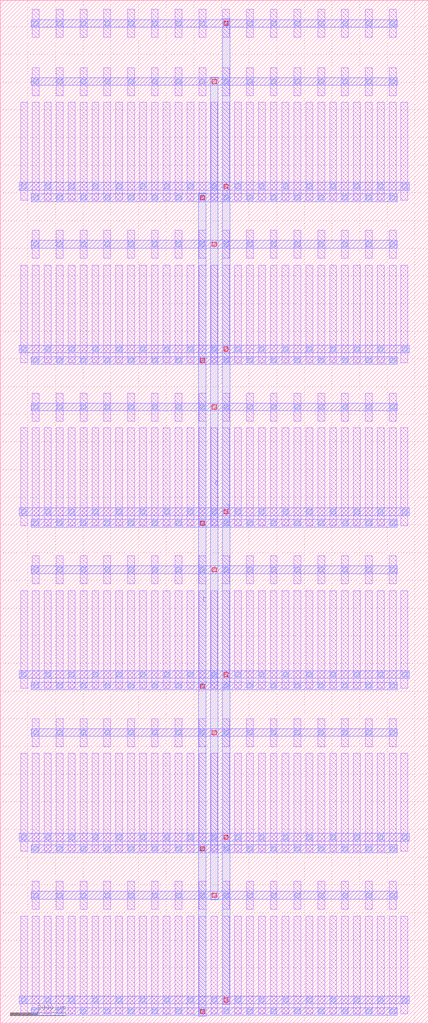
<source format=lef>
MACRO NMOS_S_65192303_X16_Y6
  UNITS 
    DATABASE MICRONS UNITS 1000;
  END UNITS 
  ORIGIN 0 0 ;
  FOREIGN NMOS_S_65192303_X16_Y6 0 0 ;
  SIZE 15480 BY 36960 ;
  PIN D
    DIRECTION INOUT ;
    USE SIGNAL ;
    PORT
      LAYER M3 ;
        RECT 7170 260 7450 29980 ;
    END
  END D
  PIN G
    DIRECTION INOUT ;
    USE SIGNAL ;
    PORT
      LAYER M3 ;
        RECT 7600 4460 7880 34180 ;
    END
  END G
  PIN S
    DIRECTION INOUT ;
    USE SIGNAL ;
    PORT
      LAYER M3 ;
        RECT 8030 680 8310 36280 ;
    END
  END S
  OBS
    LAYER M1 ;
      RECT 1165 335 1415 3865 ;
    LAYER M1 ;
      RECT 1165 4115 1415 5125 ;
    LAYER M1 ;
      RECT 1165 6215 1415 9745 ;
    LAYER M1 ;
      RECT 1165 9995 1415 11005 ;
    LAYER M1 ;
      RECT 1165 12095 1415 15625 ;
    LAYER M1 ;
      RECT 1165 15875 1415 16885 ;
    LAYER M1 ;
      RECT 1165 17975 1415 21505 ;
    LAYER M1 ;
      RECT 1165 21755 1415 22765 ;
    LAYER M1 ;
      RECT 1165 23855 1415 27385 ;
    LAYER M1 ;
      RECT 1165 27635 1415 28645 ;
    LAYER M1 ;
      RECT 1165 29735 1415 33265 ;
    LAYER M1 ;
      RECT 1165 33515 1415 34525 ;
    LAYER M1 ;
      RECT 1165 35615 1415 36625 ;
    LAYER M1 ;
      RECT 735 335 985 3865 ;
    LAYER M1 ;
      RECT 735 6215 985 9745 ;
    LAYER M1 ;
      RECT 735 12095 985 15625 ;
    LAYER M1 ;
      RECT 735 17975 985 21505 ;
    LAYER M1 ;
      RECT 735 23855 985 27385 ;
    LAYER M1 ;
      RECT 735 29735 985 33265 ;
    LAYER M1 ;
      RECT 1595 335 1845 3865 ;
    LAYER M1 ;
      RECT 1595 6215 1845 9745 ;
    LAYER M1 ;
      RECT 1595 12095 1845 15625 ;
    LAYER M1 ;
      RECT 1595 17975 1845 21505 ;
    LAYER M1 ;
      RECT 1595 23855 1845 27385 ;
    LAYER M1 ;
      RECT 1595 29735 1845 33265 ;
    LAYER M1 ;
      RECT 2025 335 2275 3865 ;
    LAYER M1 ;
      RECT 2025 4115 2275 5125 ;
    LAYER M1 ;
      RECT 2025 6215 2275 9745 ;
    LAYER M1 ;
      RECT 2025 9995 2275 11005 ;
    LAYER M1 ;
      RECT 2025 12095 2275 15625 ;
    LAYER M1 ;
      RECT 2025 15875 2275 16885 ;
    LAYER M1 ;
      RECT 2025 17975 2275 21505 ;
    LAYER M1 ;
      RECT 2025 21755 2275 22765 ;
    LAYER M1 ;
      RECT 2025 23855 2275 27385 ;
    LAYER M1 ;
      RECT 2025 27635 2275 28645 ;
    LAYER M1 ;
      RECT 2025 29735 2275 33265 ;
    LAYER M1 ;
      RECT 2025 33515 2275 34525 ;
    LAYER M1 ;
      RECT 2025 35615 2275 36625 ;
    LAYER M1 ;
      RECT 2455 335 2705 3865 ;
    LAYER M1 ;
      RECT 2455 6215 2705 9745 ;
    LAYER M1 ;
      RECT 2455 12095 2705 15625 ;
    LAYER M1 ;
      RECT 2455 17975 2705 21505 ;
    LAYER M1 ;
      RECT 2455 23855 2705 27385 ;
    LAYER M1 ;
      RECT 2455 29735 2705 33265 ;
    LAYER M1 ;
      RECT 2885 335 3135 3865 ;
    LAYER M1 ;
      RECT 2885 4115 3135 5125 ;
    LAYER M1 ;
      RECT 2885 6215 3135 9745 ;
    LAYER M1 ;
      RECT 2885 9995 3135 11005 ;
    LAYER M1 ;
      RECT 2885 12095 3135 15625 ;
    LAYER M1 ;
      RECT 2885 15875 3135 16885 ;
    LAYER M1 ;
      RECT 2885 17975 3135 21505 ;
    LAYER M1 ;
      RECT 2885 21755 3135 22765 ;
    LAYER M1 ;
      RECT 2885 23855 3135 27385 ;
    LAYER M1 ;
      RECT 2885 27635 3135 28645 ;
    LAYER M1 ;
      RECT 2885 29735 3135 33265 ;
    LAYER M1 ;
      RECT 2885 33515 3135 34525 ;
    LAYER M1 ;
      RECT 2885 35615 3135 36625 ;
    LAYER M1 ;
      RECT 3315 335 3565 3865 ;
    LAYER M1 ;
      RECT 3315 6215 3565 9745 ;
    LAYER M1 ;
      RECT 3315 12095 3565 15625 ;
    LAYER M1 ;
      RECT 3315 17975 3565 21505 ;
    LAYER M1 ;
      RECT 3315 23855 3565 27385 ;
    LAYER M1 ;
      RECT 3315 29735 3565 33265 ;
    LAYER M1 ;
      RECT 3745 335 3995 3865 ;
    LAYER M1 ;
      RECT 3745 4115 3995 5125 ;
    LAYER M1 ;
      RECT 3745 6215 3995 9745 ;
    LAYER M1 ;
      RECT 3745 9995 3995 11005 ;
    LAYER M1 ;
      RECT 3745 12095 3995 15625 ;
    LAYER M1 ;
      RECT 3745 15875 3995 16885 ;
    LAYER M1 ;
      RECT 3745 17975 3995 21505 ;
    LAYER M1 ;
      RECT 3745 21755 3995 22765 ;
    LAYER M1 ;
      RECT 3745 23855 3995 27385 ;
    LAYER M1 ;
      RECT 3745 27635 3995 28645 ;
    LAYER M1 ;
      RECT 3745 29735 3995 33265 ;
    LAYER M1 ;
      RECT 3745 33515 3995 34525 ;
    LAYER M1 ;
      RECT 3745 35615 3995 36625 ;
    LAYER M1 ;
      RECT 4175 335 4425 3865 ;
    LAYER M1 ;
      RECT 4175 6215 4425 9745 ;
    LAYER M1 ;
      RECT 4175 12095 4425 15625 ;
    LAYER M1 ;
      RECT 4175 17975 4425 21505 ;
    LAYER M1 ;
      RECT 4175 23855 4425 27385 ;
    LAYER M1 ;
      RECT 4175 29735 4425 33265 ;
    LAYER M1 ;
      RECT 4605 335 4855 3865 ;
    LAYER M1 ;
      RECT 4605 4115 4855 5125 ;
    LAYER M1 ;
      RECT 4605 6215 4855 9745 ;
    LAYER M1 ;
      RECT 4605 9995 4855 11005 ;
    LAYER M1 ;
      RECT 4605 12095 4855 15625 ;
    LAYER M1 ;
      RECT 4605 15875 4855 16885 ;
    LAYER M1 ;
      RECT 4605 17975 4855 21505 ;
    LAYER M1 ;
      RECT 4605 21755 4855 22765 ;
    LAYER M1 ;
      RECT 4605 23855 4855 27385 ;
    LAYER M1 ;
      RECT 4605 27635 4855 28645 ;
    LAYER M1 ;
      RECT 4605 29735 4855 33265 ;
    LAYER M1 ;
      RECT 4605 33515 4855 34525 ;
    LAYER M1 ;
      RECT 4605 35615 4855 36625 ;
    LAYER M1 ;
      RECT 5035 335 5285 3865 ;
    LAYER M1 ;
      RECT 5035 6215 5285 9745 ;
    LAYER M1 ;
      RECT 5035 12095 5285 15625 ;
    LAYER M1 ;
      RECT 5035 17975 5285 21505 ;
    LAYER M1 ;
      RECT 5035 23855 5285 27385 ;
    LAYER M1 ;
      RECT 5035 29735 5285 33265 ;
    LAYER M1 ;
      RECT 5465 335 5715 3865 ;
    LAYER M1 ;
      RECT 5465 4115 5715 5125 ;
    LAYER M1 ;
      RECT 5465 6215 5715 9745 ;
    LAYER M1 ;
      RECT 5465 9995 5715 11005 ;
    LAYER M1 ;
      RECT 5465 12095 5715 15625 ;
    LAYER M1 ;
      RECT 5465 15875 5715 16885 ;
    LAYER M1 ;
      RECT 5465 17975 5715 21505 ;
    LAYER M1 ;
      RECT 5465 21755 5715 22765 ;
    LAYER M1 ;
      RECT 5465 23855 5715 27385 ;
    LAYER M1 ;
      RECT 5465 27635 5715 28645 ;
    LAYER M1 ;
      RECT 5465 29735 5715 33265 ;
    LAYER M1 ;
      RECT 5465 33515 5715 34525 ;
    LAYER M1 ;
      RECT 5465 35615 5715 36625 ;
    LAYER M1 ;
      RECT 5895 335 6145 3865 ;
    LAYER M1 ;
      RECT 5895 6215 6145 9745 ;
    LAYER M1 ;
      RECT 5895 12095 6145 15625 ;
    LAYER M1 ;
      RECT 5895 17975 6145 21505 ;
    LAYER M1 ;
      RECT 5895 23855 6145 27385 ;
    LAYER M1 ;
      RECT 5895 29735 6145 33265 ;
    LAYER M1 ;
      RECT 6325 335 6575 3865 ;
    LAYER M1 ;
      RECT 6325 4115 6575 5125 ;
    LAYER M1 ;
      RECT 6325 6215 6575 9745 ;
    LAYER M1 ;
      RECT 6325 9995 6575 11005 ;
    LAYER M1 ;
      RECT 6325 12095 6575 15625 ;
    LAYER M1 ;
      RECT 6325 15875 6575 16885 ;
    LAYER M1 ;
      RECT 6325 17975 6575 21505 ;
    LAYER M1 ;
      RECT 6325 21755 6575 22765 ;
    LAYER M1 ;
      RECT 6325 23855 6575 27385 ;
    LAYER M1 ;
      RECT 6325 27635 6575 28645 ;
    LAYER M1 ;
      RECT 6325 29735 6575 33265 ;
    LAYER M1 ;
      RECT 6325 33515 6575 34525 ;
    LAYER M1 ;
      RECT 6325 35615 6575 36625 ;
    LAYER M1 ;
      RECT 6755 335 7005 3865 ;
    LAYER M1 ;
      RECT 6755 6215 7005 9745 ;
    LAYER M1 ;
      RECT 6755 12095 7005 15625 ;
    LAYER M1 ;
      RECT 6755 17975 7005 21505 ;
    LAYER M1 ;
      RECT 6755 23855 7005 27385 ;
    LAYER M1 ;
      RECT 6755 29735 7005 33265 ;
    LAYER M1 ;
      RECT 7185 335 7435 3865 ;
    LAYER M1 ;
      RECT 7185 4115 7435 5125 ;
    LAYER M1 ;
      RECT 7185 6215 7435 9745 ;
    LAYER M1 ;
      RECT 7185 9995 7435 11005 ;
    LAYER M1 ;
      RECT 7185 12095 7435 15625 ;
    LAYER M1 ;
      RECT 7185 15875 7435 16885 ;
    LAYER M1 ;
      RECT 7185 17975 7435 21505 ;
    LAYER M1 ;
      RECT 7185 21755 7435 22765 ;
    LAYER M1 ;
      RECT 7185 23855 7435 27385 ;
    LAYER M1 ;
      RECT 7185 27635 7435 28645 ;
    LAYER M1 ;
      RECT 7185 29735 7435 33265 ;
    LAYER M1 ;
      RECT 7185 33515 7435 34525 ;
    LAYER M1 ;
      RECT 7185 35615 7435 36625 ;
    LAYER M1 ;
      RECT 7615 335 7865 3865 ;
    LAYER M1 ;
      RECT 7615 6215 7865 9745 ;
    LAYER M1 ;
      RECT 7615 12095 7865 15625 ;
    LAYER M1 ;
      RECT 7615 17975 7865 21505 ;
    LAYER M1 ;
      RECT 7615 23855 7865 27385 ;
    LAYER M1 ;
      RECT 7615 29735 7865 33265 ;
    LAYER M1 ;
      RECT 8045 335 8295 3865 ;
    LAYER M1 ;
      RECT 8045 4115 8295 5125 ;
    LAYER M1 ;
      RECT 8045 6215 8295 9745 ;
    LAYER M1 ;
      RECT 8045 9995 8295 11005 ;
    LAYER M1 ;
      RECT 8045 12095 8295 15625 ;
    LAYER M1 ;
      RECT 8045 15875 8295 16885 ;
    LAYER M1 ;
      RECT 8045 17975 8295 21505 ;
    LAYER M1 ;
      RECT 8045 21755 8295 22765 ;
    LAYER M1 ;
      RECT 8045 23855 8295 27385 ;
    LAYER M1 ;
      RECT 8045 27635 8295 28645 ;
    LAYER M1 ;
      RECT 8045 29735 8295 33265 ;
    LAYER M1 ;
      RECT 8045 33515 8295 34525 ;
    LAYER M1 ;
      RECT 8045 35615 8295 36625 ;
    LAYER M1 ;
      RECT 8475 335 8725 3865 ;
    LAYER M1 ;
      RECT 8475 6215 8725 9745 ;
    LAYER M1 ;
      RECT 8475 12095 8725 15625 ;
    LAYER M1 ;
      RECT 8475 17975 8725 21505 ;
    LAYER M1 ;
      RECT 8475 23855 8725 27385 ;
    LAYER M1 ;
      RECT 8475 29735 8725 33265 ;
    LAYER M1 ;
      RECT 8905 335 9155 3865 ;
    LAYER M1 ;
      RECT 8905 4115 9155 5125 ;
    LAYER M1 ;
      RECT 8905 6215 9155 9745 ;
    LAYER M1 ;
      RECT 8905 9995 9155 11005 ;
    LAYER M1 ;
      RECT 8905 12095 9155 15625 ;
    LAYER M1 ;
      RECT 8905 15875 9155 16885 ;
    LAYER M1 ;
      RECT 8905 17975 9155 21505 ;
    LAYER M1 ;
      RECT 8905 21755 9155 22765 ;
    LAYER M1 ;
      RECT 8905 23855 9155 27385 ;
    LAYER M1 ;
      RECT 8905 27635 9155 28645 ;
    LAYER M1 ;
      RECT 8905 29735 9155 33265 ;
    LAYER M1 ;
      RECT 8905 33515 9155 34525 ;
    LAYER M1 ;
      RECT 8905 35615 9155 36625 ;
    LAYER M1 ;
      RECT 9335 335 9585 3865 ;
    LAYER M1 ;
      RECT 9335 6215 9585 9745 ;
    LAYER M1 ;
      RECT 9335 12095 9585 15625 ;
    LAYER M1 ;
      RECT 9335 17975 9585 21505 ;
    LAYER M1 ;
      RECT 9335 23855 9585 27385 ;
    LAYER M1 ;
      RECT 9335 29735 9585 33265 ;
    LAYER M1 ;
      RECT 9765 335 10015 3865 ;
    LAYER M1 ;
      RECT 9765 4115 10015 5125 ;
    LAYER M1 ;
      RECT 9765 6215 10015 9745 ;
    LAYER M1 ;
      RECT 9765 9995 10015 11005 ;
    LAYER M1 ;
      RECT 9765 12095 10015 15625 ;
    LAYER M1 ;
      RECT 9765 15875 10015 16885 ;
    LAYER M1 ;
      RECT 9765 17975 10015 21505 ;
    LAYER M1 ;
      RECT 9765 21755 10015 22765 ;
    LAYER M1 ;
      RECT 9765 23855 10015 27385 ;
    LAYER M1 ;
      RECT 9765 27635 10015 28645 ;
    LAYER M1 ;
      RECT 9765 29735 10015 33265 ;
    LAYER M1 ;
      RECT 9765 33515 10015 34525 ;
    LAYER M1 ;
      RECT 9765 35615 10015 36625 ;
    LAYER M1 ;
      RECT 10195 335 10445 3865 ;
    LAYER M1 ;
      RECT 10195 6215 10445 9745 ;
    LAYER M1 ;
      RECT 10195 12095 10445 15625 ;
    LAYER M1 ;
      RECT 10195 17975 10445 21505 ;
    LAYER M1 ;
      RECT 10195 23855 10445 27385 ;
    LAYER M1 ;
      RECT 10195 29735 10445 33265 ;
    LAYER M1 ;
      RECT 10625 335 10875 3865 ;
    LAYER M1 ;
      RECT 10625 4115 10875 5125 ;
    LAYER M1 ;
      RECT 10625 6215 10875 9745 ;
    LAYER M1 ;
      RECT 10625 9995 10875 11005 ;
    LAYER M1 ;
      RECT 10625 12095 10875 15625 ;
    LAYER M1 ;
      RECT 10625 15875 10875 16885 ;
    LAYER M1 ;
      RECT 10625 17975 10875 21505 ;
    LAYER M1 ;
      RECT 10625 21755 10875 22765 ;
    LAYER M1 ;
      RECT 10625 23855 10875 27385 ;
    LAYER M1 ;
      RECT 10625 27635 10875 28645 ;
    LAYER M1 ;
      RECT 10625 29735 10875 33265 ;
    LAYER M1 ;
      RECT 10625 33515 10875 34525 ;
    LAYER M1 ;
      RECT 10625 35615 10875 36625 ;
    LAYER M1 ;
      RECT 11055 335 11305 3865 ;
    LAYER M1 ;
      RECT 11055 6215 11305 9745 ;
    LAYER M1 ;
      RECT 11055 12095 11305 15625 ;
    LAYER M1 ;
      RECT 11055 17975 11305 21505 ;
    LAYER M1 ;
      RECT 11055 23855 11305 27385 ;
    LAYER M1 ;
      RECT 11055 29735 11305 33265 ;
    LAYER M1 ;
      RECT 11485 335 11735 3865 ;
    LAYER M1 ;
      RECT 11485 4115 11735 5125 ;
    LAYER M1 ;
      RECT 11485 6215 11735 9745 ;
    LAYER M1 ;
      RECT 11485 9995 11735 11005 ;
    LAYER M1 ;
      RECT 11485 12095 11735 15625 ;
    LAYER M1 ;
      RECT 11485 15875 11735 16885 ;
    LAYER M1 ;
      RECT 11485 17975 11735 21505 ;
    LAYER M1 ;
      RECT 11485 21755 11735 22765 ;
    LAYER M1 ;
      RECT 11485 23855 11735 27385 ;
    LAYER M1 ;
      RECT 11485 27635 11735 28645 ;
    LAYER M1 ;
      RECT 11485 29735 11735 33265 ;
    LAYER M1 ;
      RECT 11485 33515 11735 34525 ;
    LAYER M1 ;
      RECT 11485 35615 11735 36625 ;
    LAYER M1 ;
      RECT 11915 335 12165 3865 ;
    LAYER M1 ;
      RECT 11915 6215 12165 9745 ;
    LAYER M1 ;
      RECT 11915 12095 12165 15625 ;
    LAYER M1 ;
      RECT 11915 17975 12165 21505 ;
    LAYER M1 ;
      RECT 11915 23855 12165 27385 ;
    LAYER M1 ;
      RECT 11915 29735 12165 33265 ;
    LAYER M1 ;
      RECT 12345 335 12595 3865 ;
    LAYER M1 ;
      RECT 12345 4115 12595 5125 ;
    LAYER M1 ;
      RECT 12345 6215 12595 9745 ;
    LAYER M1 ;
      RECT 12345 9995 12595 11005 ;
    LAYER M1 ;
      RECT 12345 12095 12595 15625 ;
    LAYER M1 ;
      RECT 12345 15875 12595 16885 ;
    LAYER M1 ;
      RECT 12345 17975 12595 21505 ;
    LAYER M1 ;
      RECT 12345 21755 12595 22765 ;
    LAYER M1 ;
      RECT 12345 23855 12595 27385 ;
    LAYER M1 ;
      RECT 12345 27635 12595 28645 ;
    LAYER M1 ;
      RECT 12345 29735 12595 33265 ;
    LAYER M1 ;
      RECT 12345 33515 12595 34525 ;
    LAYER M1 ;
      RECT 12345 35615 12595 36625 ;
    LAYER M1 ;
      RECT 12775 335 13025 3865 ;
    LAYER M1 ;
      RECT 12775 6215 13025 9745 ;
    LAYER M1 ;
      RECT 12775 12095 13025 15625 ;
    LAYER M1 ;
      RECT 12775 17975 13025 21505 ;
    LAYER M1 ;
      RECT 12775 23855 13025 27385 ;
    LAYER M1 ;
      RECT 12775 29735 13025 33265 ;
    LAYER M1 ;
      RECT 13205 335 13455 3865 ;
    LAYER M1 ;
      RECT 13205 4115 13455 5125 ;
    LAYER M1 ;
      RECT 13205 6215 13455 9745 ;
    LAYER M1 ;
      RECT 13205 9995 13455 11005 ;
    LAYER M1 ;
      RECT 13205 12095 13455 15625 ;
    LAYER M1 ;
      RECT 13205 15875 13455 16885 ;
    LAYER M1 ;
      RECT 13205 17975 13455 21505 ;
    LAYER M1 ;
      RECT 13205 21755 13455 22765 ;
    LAYER M1 ;
      RECT 13205 23855 13455 27385 ;
    LAYER M1 ;
      RECT 13205 27635 13455 28645 ;
    LAYER M1 ;
      RECT 13205 29735 13455 33265 ;
    LAYER M1 ;
      RECT 13205 33515 13455 34525 ;
    LAYER M1 ;
      RECT 13205 35615 13455 36625 ;
    LAYER M1 ;
      RECT 13635 335 13885 3865 ;
    LAYER M1 ;
      RECT 13635 6215 13885 9745 ;
    LAYER M1 ;
      RECT 13635 12095 13885 15625 ;
    LAYER M1 ;
      RECT 13635 17975 13885 21505 ;
    LAYER M1 ;
      RECT 13635 23855 13885 27385 ;
    LAYER M1 ;
      RECT 13635 29735 13885 33265 ;
    LAYER M1 ;
      RECT 14065 335 14315 3865 ;
    LAYER M1 ;
      RECT 14065 4115 14315 5125 ;
    LAYER M1 ;
      RECT 14065 6215 14315 9745 ;
    LAYER M1 ;
      RECT 14065 9995 14315 11005 ;
    LAYER M1 ;
      RECT 14065 12095 14315 15625 ;
    LAYER M1 ;
      RECT 14065 15875 14315 16885 ;
    LAYER M1 ;
      RECT 14065 17975 14315 21505 ;
    LAYER M1 ;
      RECT 14065 21755 14315 22765 ;
    LAYER M1 ;
      RECT 14065 23855 14315 27385 ;
    LAYER M1 ;
      RECT 14065 27635 14315 28645 ;
    LAYER M1 ;
      RECT 14065 29735 14315 33265 ;
    LAYER M1 ;
      RECT 14065 33515 14315 34525 ;
    LAYER M1 ;
      RECT 14065 35615 14315 36625 ;
    LAYER M1 ;
      RECT 14495 335 14745 3865 ;
    LAYER M1 ;
      RECT 14495 6215 14745 9745 ;
    LAYER M1 ;
      RECT 14495 12095 14745 15625 ;
    LAYER M1 ;
      RECT 14495 17975 14745 21505 ;
    LAYER M1 ;
      RECT 14495 23855 14745 27385 ;
    LAYER M1 ;
      RECT 14495 29735 14745 33265 ;
    LAYER M2 ;
      RECT 1120 280 14360 560 ;
    LAYER M2 ;
      RECT 1120 4480 14360 4760 ;
    LAYER M2 ;
      RECT 690 700 14790 980 ;
    LAYER M2 ;
      RECT 1120 6160 14360 6440 ;
    LAYER M2 ;
      RECT 1120 10360 14360 10640 ;
    LAYER M2 ;
      RECT 690 6580 14790 6860 ;
    LAYER M2 ;
      RECT 1120 12040 14360 12320 ;
    LAYER M2 ;
      RECT 1120 16240 14360 16520 ;
    LAYER M2 ;
      RECT 690 12460 14790 12740 ;
    LAYER M2 ;
      RECT 1120 17920 14360 18200 ;
    LAYER M2 ;
      RECT 1120 22120 14360 22400 ;
    LAYER M2 ;
      RECT 690 18340 14790 18620 ;
    LAYER M2 ;
      RECT 1120 23800 14360 24080 ;
    LAYER M2 ;
      RECT 1120 28000 14360 28280 ;
    LAYER M2 ;
      RECT 690 24220 14790 24500 ;
    LAYER M2 ;
      RECT 1120 29680 14360 29960 ;
    LAYER M2 ;
      RECT 1120 33880 14360 34160 ;
    LAYER M2 ;
      RECT 1120 35980 14360 36260 ;
    LAYER M2 ;
      RECT 690 30100 14790 30380 ;
    LAYER V1 ;
      RECT 13245 335 13415 505 ;
    LAYER V1 ;
      RECT 13245 4535 13415 4705 ;
    LAYER V1 ;
      RECT 13245 6215 13415 6385 ;
    LAYER V1 ;
      RECT 13245 10415 13415 10585 ;
    LAYER V1 ;
      RECT 13245 12095 13415 12265 ;
    LAYER V1 ;
      RECT 13245 16295 13415 16465 ;
    LAYER V1 ;
      RECT 13245 17975 13415 18145 ;
    LAYER V1 ;
      RECT 13245 22175 13415 22345 ;
    LAYER V1 ;
      RECT 13245 23855 13415 24025 ;
    LAYER V1 ;
      RECT 13245 28055 13415 28225 ;
    LAYER V1 ;
      RECT 13245 29735 13415 29905 ;
    LAYER V1 ;
      RECT 13245 33935 13415 34105 ;
    LAYER V1 ;
      RECT 13245 36035 13415 36205 ;
    LAYER V1 ;
      RECT 14105 335 14275 505 ;
    LAYER V1 ;
      RECT 14105 4535 14275 4705 ;
    LAYER V1 ;
      RECT 14105 6215 14275 6385 ;
    LAYER V1 ;
      RECT 14105 10415 14275 10585 ;
    LAYER V1 ;
      RECT 14105 12095 14275 12265 ;
    LAYER V1 ;
      RECT 14105 16295 14275 16465 ;
    LAYER V1 ;
      RECT 14105 17975 14275 18145 ;
    LAYER V1 ;
      RECT 14105 22175 14275 22345 ;
    LAYER V1 ;
      RECT 14105 23855 14275 24025 ;
    LAYER V1 ;
      RECT 14105 28055 14275 28225 ;
    LAYER V1 ;
      RECT 14105 29735 14275 29905 ;
    LAYER V1 ;
      RECT 14105 33935 14275 34105 ;
    LAYER V1 ;
      RECT 14105 36035 14275 36205 ;
    LAYER V1 ;
      RECT 1205 335 1375 505 ;
    LAYER V1 ;
      RECT 1205 4535 1375 4705 ;
    LAYER V1 ;
      RECT 1205 6215 1375 6385 ;
    LAYER V1 ;
      RECT 1205 10415 1375 10585 ;
    LAYER V1 ;
      RECT 1205 12095 1375 12265 ;
    LAYER V1 ;
      RECT 1205 16295 1375 16465 ;
    LAYER V1 ;
      RECT 1205 17975 1375 18145 ;
    LAYER V1 ;
      RECT 1205 22175 1375 22345 ;
    LAYER V1 ;
      RECT 1205 23855 1375 24025 ;
    LAYER V1 ;
      RECT 1205 28055 1375 28225 ;
    LAYER V1 ;
      RECT 1205 29735 1375 29905 ;
    LAYER V1 ;
      RECT 1205 33935 1375 34105 ;
    LAYER V1 ;
      RECT 1205 36035 1375 36205 ;
    LAYER V1 ;
      RECT 2065 335 2235 505 ;
    LAYER V1 ;
      RECT 2065 4535 2235 4705 ;
    LAYER V1 ;
      RECT 2065 6215 2235 6385 ;
    LAYER V1 ;
      RECT 2065 10415 2235 10585 ;
    LAYER V1 ;
      RECT 2065 12095 2235 12265 ;
    LAYER V1 ;
      RECT 2065 16295 2235 16465 ;
    LAYER V1 ;
      RECT 2065 17975 2235 18145 ;
    LAYER V1 ;
      RECT 2065 22175 2235 22345 ;
    LAYER V1 ;
      RECT 2065 23855 2235 24025 ;
    LAYER V1 ;
      RECT 2065 28055 2235 28225 ;
    LAYER V1 ;
      RECT 2065 29735 2235 29905 ;
    LAYER V1 ;
      RECT 2065 33935 2235 34105 ;
    LAYER V1 ;
      RECT 2065 36035 2235 36205 ;
    LAYER V1 ;
      RECT 2925 335 3095 505 ;
    LAYER V1 ;
      RECT 2925 4535 3095 4705 ;
    LAYER V1 ;
      RECT 2925 6215 3095 6385 ;
    LAYER V1 ;
      RECT 2925 10415 3095 10585 ;
    LAYER V1 ;
      RECT 2925 12095 3095 12265 ;
    LAYER V1 ;
      RECT 2925 16295 3095 16465 ;
    LAYER V1 ;
      RECT 2925 17975 3095 18145 ;
    LAYER V1 ;
      RECT 2925 22175 3095 22345 ;
    LAYER V1 ;
      RECT 2925 23855 3095 24025 ;
    LAYER V1 ;
      RECT 2925 28055 3095 28225 ;
    LAYER V1 ;
      RECT 2925 29735 3095 29905 ;
    LAYER V1 ;
      RECT 2925 33935 3095 34105 ;
    LAYER V1 ;
      RECT 2925 36035 3095 36205 ;
    LAYER V1 ;
      RECT 3785 335 3955 505 ;
    LAYER V1 ;
      RECT 3785 4535 3955 4705 ;
    LAYER V1 ;
      RECT 3785 6215 3955 6385 ;
    LAYER V1 ;
      RECT 3785 10415 3955 10585 ;
    LAYER V1 ;
      RECT 3785 12095 3955 12265 ;
    LAYER V1 ;
      RECT 3785 16295 3955 16465 ;
    LAYER V1 ;
      RECT 3785 17975 3955 18145 ;
    LAYER V1 ;
      RECT 3785 22175 3955 22345 ;
    LAYER V1 ;
      RECT 3785 23855 3955 24025 ;
    LAYER V1 ;
      RECT 3785 28055 3955 28225 ;
    LAYER V1 ;
      RECT 3785 29735 3955 29905 ;
    LAYER V1 ;
      RECT 3785 33935 3955 34105 ;
    LAYER V1 ;
      RECT 3785 36035 3955 36205 ;
    LAYER V1 ;
      RECT 4645 335 4815 505 ;
    LAYER V1 ;
      RECT 4645 4535 4815 4705 ;
    LAYER V1 ;
      RECT 4645 6215 4815 6385 ;
    LAYER V1 ;
      RECT 4645 10415 4815 10585 ;
    LAYER V1 ;
      RECT 4645 12095 4815 12265 ;
    LAYER V1 ;
      RECT 4645 16295 4815 16465 ;
    LAYER V1 ;
      RECT 4645 17975 4815 18145 ;
    LAYER V1 ;
      RECT 4645 22175 4815 22345 ;
    LAYER V1 ;
      RECT 4645 23855 4815 24025 ;
    LAYER V1 ;
      RECT 4645 28055 4815 28225 ;
    LAYER V1 ;
      RECT 4645 29735 4815 29905 ;
    LAYER V1 ;
      RECT 4645 33935 4815 34105 ;
    LAYER V1 ;
      RECT 4645 36035 4815 36205 ;
    LAYER V1 ;
      RECT 5505 335 5675 505 ;
    LAYER V1 ;
      RECT 5505 4535 5675 4705 ;
    LAYER V1 ;
      RECT 5505 6215 5675 6385 ;
    LAYER V1 ;
      RECT 5505 10415 5675 10585 ;
    LAYER V1 ;
      RECT 5505 12095 5675 12265 ;
    LAYER V1 ;
      RECT 5505 16295 5675 16465 ;
    LAYER V1 ;
      RECT 5505 17975 5675 18145 ;
    LAYER V1 ;
      RECT 5505 22175 5675 22345 ;
    LAYER V1 ;
      RECT 5505 23855 5675 24025 ;
    LAYER V1 ;
      RECT 5505 28055 5675 28225 ;
    LAYER V1 ;
      RECT 5505 29735 5675 29905 ;
    LAYER V1 ;
      RECT 5505 33935 5675 34105 ;
    LAYER V1 ;
      RECT 5505 36035 5675 36205 ;
    LAYER V1 ;
      RECT 6365 335 6535 505 ;
    LAYER V1 ;
      RECT 6365 4535 6535 4705 ;
    LAYER V1 ;
      RECT 6365 6215 6535 6385 ;
    LAYER V1 ;
      RECT 6365 10415 6535 10585 ;
    LAYER V1 ;
      RECT 6365 12095 6535 12265 ;
    LAYER V1 ;
      RECT 6365 16295 6535 16465 ;
    LAYER V1 ;
      RECT 6365 17975 6535 18145 ;
    LAYER V1 ;
      RECT 6365 22175 6535 22345 ;
    LAYER V1 ;
      RECT 6365 23855 6535 24025 ;
    LAYER V1 ;
      RECT 6365 28055 6535 28225 ;
    LAYER V1 ;
      RECT 6365 29735 6535 29905 ;
    LAYER V1 ;
      RECT 6365 33935 6535 34105 ;
    LAYER V1 ;
      RECT 6365 36035 6535 36205 ;
    LAYER V1 ;
      RECT 7225 335 7395 505 ;
    LAYER V1 ;
      RECT 7225 4535 7395 4705 ;
    LAYER V1 ;
      RECT 7225 6215 7395 6385 ;
    LAYER V1 ;
      RECT 7225 10415 7395 10585 ;
    LAYER V1 ;
      RECT 7225 12095 7395 12265 ;
    LAYER V1 ;
      RECT 7225 16295 7395 16465 ;
    LAYER V1 ;
      RECT 7225 17975 7395 18145 ;
    LAYER V1 ;
      RECT 7225 22175 7395 22345 ;
    LAYER V1 ;
      RECT 7225 23855 7395 24025 ;
    LAYER V1 ;
      RECT 7225 28055 7395 28225 ;
    LAYER V1 ;
      RECT 7225 29735 7395 29905 ;
    LAYER V1 ;
      RECT 7225 33935 7395 34105 ;
    LAYER V1 ;
      RECT 7225 36035 7395 36205 ;
    LAYER V1 ;
      RECT 8085 335 8255 505 ;
    LAYER V1 ;
      RECT 8085 4535 8255 4705 ;
    LAYER V1 ;
      RECT 8085 6215 8255 6385 ;
    LAYER V1 ;
      RECT 8085 10415 8255 10585 ;
    LAYER V1 ;
      RECT 8085 12095 8255 12265 ;
    LAYER V1 ;
      RECT 8085 16295 8255 16465 ;
    LAYER V1 ;
      RECT 8085 17975 8255 18145 ;
    LAYER V1 ;
      RECT 8085 22175 8255 22345 ;
    LAYER V1 ;
      RECT 8085 23855 8255 24025 ;
    LAYER V1 ;
      RECT 8085 28055 8255 28225 ;
    LAYER V1 ;
      RECT 8085 29735 8255 29905 ;
    LAYER V1 ;
      RECT 8085 33935 8255 34105 ;
    LAYER V1 ;
      RECT 8085 36035 8255 36205 ;
    LAYER V1 ;
      RECT 8945 335 9115 505 ;
    LAYER V1 ;
      RECT 8945 4535 9115 4705 ;
    LAYER V1 ;
      RECT 8945 6215 9115 6385 ;
    LAYER V1 ;
      RECT 8945 10415 9115 10585 ;
    LAYER V1 ;
      RECT 8945 12095 9115 12265 ;
    LAYER V1 ;
      RECT 8945 16295 9115 16465 ;
    LAYER V1 ;
      RECT 8945 17975 9115 18145 ;
    LAYER V1 ;
      RECT 8945 22175 9115 22345 ;
    LAYER V1 ;
      RECT 8945 23855 9115 24025 ;
    LAYER V1 ;
      RECT 8945 28055 9115 28225 ;
    LAYER V1 ;
      RECT 8945 29735 9115 29905 ;
    LAYER V1 ;
      RECT 8945 33935 9115 34105 ;
    LAYER V1 ;
      RECT 8945 36035 9115 36205 ;
    LAYER V1 ;
      RECT 9805 335 9975 505 ;
    LAYER V1 ;
      RECT 9805 4535 9975 4705 ;
    LAYER V1 ;
      RECT 9805 6215 9975 6385 ;
    LAYER V1 ;
      RECT 9805 10415 9975 10585 ;
    LAYER V1 ;
      RECT 9805 12095 9975 12265 ;
    LAYER V1 ;
      RECT 9805 16295 9975 16465 ;
    LAYER V1 ;
      RECT 9805 17975 9975 18145 ;
    LAYER V1 ;
      RECT 9805 22175 9975 22345 ;
    LAYER V1 ;
      RECT 9805 23855 9975 24025 ;
    LAYER V1 ;
      RECT 9805 28055 9975 28225 ;
    LAYER V1 ;
      RECT 9805 29735 9975 29905 ;
    LAYER V1 ;
      RECT 9805 33935 9975 34105 ;
    LAYER V1 ;
      RECT 9805 36035 9975 36205 ;
    LAYER V1 ;
      RECT 10665 335 10835 505 ;
    LAYER V1 ;
      RECT 10665 4535 10835 4705 ;
    LAYER V1 ;
      RECT 10665 6215 10835 6385 ;
    LAYER V1 ;
      RECT 10665 10415 10835 10585 ;
    LAYER V1 ;
      RECT 10665 12095 10835 12265 ;
    LAYER V1 ;
      RECT 10665 16295 10835 16465 ;
    LAYER V1 ;
      RECT 10665 17975 10835 18145 ;
    LAYER V1 ;
      RECT 10665 22175 10835 22345 ;
    LAYER V1 ;
      RECT 10665 23855 10835 24025 ;
    LAYER V1 ;
      RECT 10665 28055 10835 28225 ;
    LAYER V1 ;
      RECT 10665 29735 10835 29905 ;
    LAYER V1 ;
      RECT 10665 33935 10835 34105 ;
    LAYER V1 ;
      RECT 10665 36035 10835 36205 ;
    LAYER V1 ;
      RECT 11525 335 11695 505 ;
    LAYER V1 ;
      RECT 11525 4535 11695 4705 ;
    LAYER V1 ;
      RECT 11525 6215 11695 6385 ;
    LAYER V1 ;
      RECT 11525 10415 11695 10585 ;
    LAYER V1 ;
      RECT 11525 12095 11695 12265 ;
    LAYER V1 ;
      RECT 11525 16295 11695 16465 ;
    LAYER V1 ;
      RECT 11525 17975 11695 18145 ;
    LAYER V1 ;
      RECT 11525 22175 11695 22345 ;
    LAYER V1 ;
      RECT 11525 23855 11695 24025 ;
    LAYER V1 ;
      RECT 11525 28055 11695 28225 ;
    LAYER V1 ;
      RECT 11525 29735 11695 29905 ;
    LAYER V1 ;
      RECT 11525 33935 11695 34105 ;
    LAYER V1 ;
      RECT 11525 36035 11695 36205 ;
    LAYER V1 ;
      RECT 12385 335 12555 505 ;
    LAYER V1 ;
      RECT 12385 4535 12555 4705 ;
    LAYER V1 ;
      RECT 12385 6215 12555 6385 ;
    LAYER V1 ;
      RECT 12385 10415 12555 10585 ;
    LAYER V1 ;
      RECT 12385 12095 12555 12265 ;
    LAYER V1 ;
      RECT 12385 16295 12555 16465 ;
    LAYER V1 ;
      RECT 12385 17975 12555 18145 ;
    LAYER V1 ;
      RECT 12385 22175 12555 22345 ;
    LAYER V1 ;
      RECT 12385 23855 12555 24025 ;
    LAYER V1 ;
      RECT 12385 28055 12555 28225 ;
    LAYER V1 ;
      RECT 12385 29735 12555 29905 ;
    LAYER V1 ;
      RECT 12385 33935 12555 34105 ;
    LAYER V1 ;
      RECT 12385 36035 12555 36205 ;
    LAYER V1 ;
      RECT 13675 755 13845 925 ;
    LAYER V1 ;
      RECT 13675 6635 13845 6805 ;
    LAYER V1 ;
      RECT 13675 12515 13845 12685 ;
    LAYER V1 ;
      RECT 13675 18395 13845 18565 ;
    LAYER V1 ;
      RECT 13675 24275 13845 24445 ;
    LAYER V1 ;
      RECT 13675 30155 13845 30325 ;
    LAYER V1 ;
      RECT 775 755 945 925 ;
    LAYER V1 ;
      RECT 775 6635 945 6805 ;
    LAYER V1 ;
      RECT 775 12515 945 12685 ;
    LAYER V1 ;
      RECT 775 18395 945 18565 ;
    LAYER V1 ;
      RECT 775 24275 945 24445 ;
    LAYER V1 ;
      RECT 775 30155 945 30325 ;
    LAYER V1 ;
      RECT 14535 755 14705 925 ;
    LAYER V1 ;
      RECT 14535 6635 14705 6805 ;
    LAYER V1 ;
      RECT 14535 12515 14705 12685 ;
    LAYER V1 ;
      RECT 14535 18395 14705 18565 ;
    LAYER V1 ;
      RECT 14535 24275 14705 24445 ;
    LAYER V1 ;
      RECT 14535 30155 14705 30325 ;
    LAYER V1 ;
      RECT 1635 755 1805 925 ;
    LAYER V1 ;
      RECT 1635 6635 1805 6805 ;
    LAYER V1 ;
      RECT 1635 12515 1805 12685 ;
    LAYER V1 ;
      RECT 1635 18395 1805 18565 ;
    LAYER V1 ;
      RECT 1635 24275 1805 24445 ;
    LAYER V1 ;
      RECT 1635 30155 1805 30325 ;
    LAYER V1 ;
      RECT 2495 755 2665 925 ;
    LAYER V1 ;
      RECT 2495 6635 2665 6805 ;
    LAYER V1 ;
      RECT 2495 12515 2665 12685 ;
    LAYER V1 ;
      RECT 2495 18395 2665 18565 ;
    LAYER V1 ;
      RECT 2495 24275 2665 24445 ;
    LAYER V1 ;
      RECT 2495 30155 2665 30325 ;
    LAYER V1 ;
      RECT 3355 755 3525 925 ;
    LAYER V1 ;
      RECT 3355 6635 3525 6805 ;
    LAYER V1 ;
      RECT 3355 12515 3525 12685 ;
    LAYER V1 ;
      RECT 3355 18395 3525 18565 ;
    LAYER V1 ;
      RECT 3355 24275 3525 24445 ;
    LAYER V1 ;
      RECT 3355 30155 3525 30325 ;
    LAYER V1 ;
      RECT 4215 755 4385 925 ;
    LAYER V1 ;
      RECT 4215 6635 4385 6805 ;
    LAYER V1 ;
      RECT 4215 12515 4385 12685 ;
    LAYER V1 ;
      RECT 4215 18395 4385 18565 ;
    LAYER V1 ;
      RECT 4215 24275 4385 24445 ;
    LAYER V1 ;
      RECT 4215 30155 4385 30325 ;
    LAYER V1 ;
      RECT 5075 755 5245 925 ;
    LAYER V1 ;
      RECT 5075 6635 5245 6805 ;
    LAYER V1 ;
      RECT 5075 12515 5245 12685 ;
    LAYER V1 ;
      RECT 5075 18395 5245 18565 ;
    LAYER V1 ;
      RECT 5075 24275 5245 24445 ;
    LAYER V1 ;
      RECT 5075 30155 5245 30325 ;
    LAYER V1 ;
      RECT 5935 755 6105 925 ;
    LAYER V1 ;
      RECT 5935 6635 6105 6805 ;
    LAYER V1 ;
      RECT 5935 12515 6105 12685 ;
    LAYER V1 ;
      RECT 5935 18395 6105 18565 ;
    LAYER V1 ;
      RECT 5935 24275 6105 24445 ;
    LAYER V1 ;
      RECT 5935 30155 6105 30325 ;
    LAYER V1 ;
      RECT 6795 755 6965 925 ;
    LAYER V1 ;
      RECT 6795 6635 6965 6805 ;
    LAYER V1 ;
      RECT 6795 12515 6965 12685 ;
    LAYER V1 ;
      RECT 6795 18395 6965 18565 ;
    LAYER V1 ;
      RECT 6795 24275 6965 24445 ;
    LAYER V1 ;
      RECT 6795 30155 6965 30325 ;
    LAYER V1 ;
      RECT 7655 755 7825 925 ;
    LAYER V1 ;
      RECT 7655 6635 7825 6805 ;
    LAYER V1 ;
      RECT 7655 12515 7825 12685 ;
    LAYER V1 ;
      RECT 7655 18395 7825 18565 ;
    LAYER V1 ;
      RECT 7655 24275 7825 24445 ;
    LAYER V1 ;
      RECT 7655 30155 7825 30325 ;
    LAYER V1 ;
      RECT 8515 755 8685 925 ;
    LAYER V1 ;
      RECT 8515 6635 8685 6805 ;
    LAYER V1 ;
      RECT 8515 12515 8685 12685 ;
    LAYER V1 ;
      RECT 8515 18395 8685 18565 ;
    LAYER V1 ;
      RECT 8515 24275 8685 24445 ;
    LAYER V1 ;
      RECT 8515 30155 8685 30325 ;
    LAYER V1 ;
      RECT 9375 755 9545 925 ;
    LAYER V1 ;
      RECT 9375 6635 9545 6805 ;
    LAYER V1 ;
      RECT 9375 12515 9545 12685 ;
    LAYER V1 ;
      RECT 9375 18395 9545 18565 ;
    LAYER V1 ;
      RECT 9375 24275 9545 24445 ;
    LAYER V1 ;
      RECT 9375 30155 9545 30325 ;
    LAYER V1 ;
      RECT 10235 755 10405 925 ;
    LAYER V1 ;
      RECT 10235 6635 10405 6805 ;
    LAYER V1 ;
      RECT 10235 12515 10405 12685 ;
    LAYER V1 ;
      RECT 10235 18395 10405 18565 ;
    LAYER V1 ;
      RECT 10235 24275 10405 24445 ;
    LAYER V1 ;
      RECT 10235 30155 10405 30325 ;
    LAYER V1 ;
      RECT 11095 755 11265 925 ;
    LAYER V1 ;
      RECT 11095 6635 11265 6805 ;
    LAYER V1 ;
      RECT 11095 12515 11265 12685 ;
    LAYER V1 ;
      RECT 11095 18395 11265 18565 ;
    LAYER V1 ;
      RECT 11095 24275 11265 24445 ;
    LAYER V1 ;
      RECT 11095 30155 11265 30325 ;
    LAYER V1 ;
      RECT 11955 755 12125 925 ;
    LAYER V1 ;
      RECT 11955 6635 12125 6805 ;
    LAYER V1 ;
      RECT 11955 12515 12125 12685 ;
    LAYER V1 ;
      RECT 11955 18395 12125 18565 ;
    LAYER V1 ;
      RECT 11955 24275 12125 24445 ;
    LAYER V1 ;
      RECT 11955 30155 12125 30325 ;
    LAYER V1 ;
      RECT 12815 755 12985 925 ;
    LAYER V1 ;
      RECT 12815 6635 12985 6805 ;
    LAYER V1 ;
      RECT 12815 12515 12985 12685 ;
    LAYER V1 ;
      RECT 12815 18395 12985 18565 ;
    LAYER V1 ;
      RECT 12815 24275 12985 24445 ;
    LAYER V1 ;
      RECT 12815 30155 12985 30325 ;
    LAYER V2 ;
      RECT 7235 345 7385 495 ;
    LAYER V2 ;
      RECT 7235 6225 7385 6375 ;
    LAYER V2 ;
      RECT 7235 12105 7385 12255 ;
    LAYER V2 ;
      RECT 7235 17985 7385 18135 ;
    LAYER V2 ;
      RECT 7235 23865 7385 24015 ;
    LAYER V2 ;
      RECT 7235 29745 7385 29895 ;
    LAYER V2 ;
      RECT 7665 4545 7815 4695 ;
    LAYER V2 ;
      RECT 7665 10425 7815 10575 ;
    LAYER V2 ;
      RECT 7665 16305 7815 16455 ;
    LAYER V2 ;
      RECT 7665 22185 7815 22335 ;
    LAYER V2 ;
      RECT 7665 28065 7815 28215 ;
    LAYER V2 ;
      RECT 7665 33945 7815 34095 ;
    LAYER V2 ;
      RECT 8095 765 8245 915 ;
    LAYER V2 ;
      RECT 8095 6645 8245 6795 ;
    LAYER V2 ;
      RECT 8095 12525 8245 12675 ;
    LAYER V2 ;
      RECT 8095 18405 8245 18555 ;
    LAYER V2 ;
      RECT 8095 24285 8245 24435 ;
    LAYER V2 ;
      RECT 8095 30165 8245 30315 ;
    LAYER V2 ;
      RECT 8095 36045 8245 36195 ;
  END
END NMOS_S_65192303_X16_Y6

</source>
